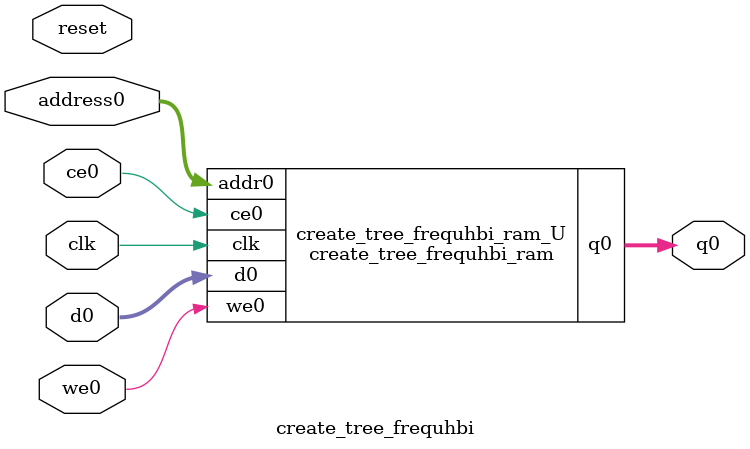
<source format=v>
`timescale 1 ns / 1 ps
module create_tree_frequhbi_ram (addr0, ce0, d0, we0, q0,  clk);

parameter DWIDTH = 32;
parameter AWIDTH = 8;
parameter MEM_SIZE = 255;

input[AWIDTH-1:0] addr0;
input ce0;
input[DWIDTH-1:0] d0;
input we0;
output reg[DWIDTH-1:0] q0;
input clk;

(* ram_style = "block" *)reg [DWIDTH-1:0] ram[0:MEM_SIZE-1];




always @(posedge clk)  
begin 
    if (ce0) begin
        if (we0) 
            ram[addr0] <= d0; 
        q0 <= ram[addr0];
    end
end


endmodule

`timescale 1 ns / 1 ps
module create_tree_frequhbi(
    reset,
    clk,
    address0,
    ce0,
    we0,
    d0,
    q0);

parameter DataWidth = 32'd32;
parameter AddressRange = 32'd255;
parameter AddressWidth = 32'd8;
input reset;
input clk;
input[AddressWidth - 1:0] address0;
input ce0;
input we0;
input[DataWidth - 1:0] d0;
output[DataWidth - 1:0] q0;



create_tree_frequhbi_ram create_tree_frequhbi_ram_U(
    .clk( clk ),
    .addr0( address0 ),
    .ce0( ce0 ),
    .we0( we0 ),
    .d0( d0 ),
    .q0( q0 ));

endmodule


</source>
